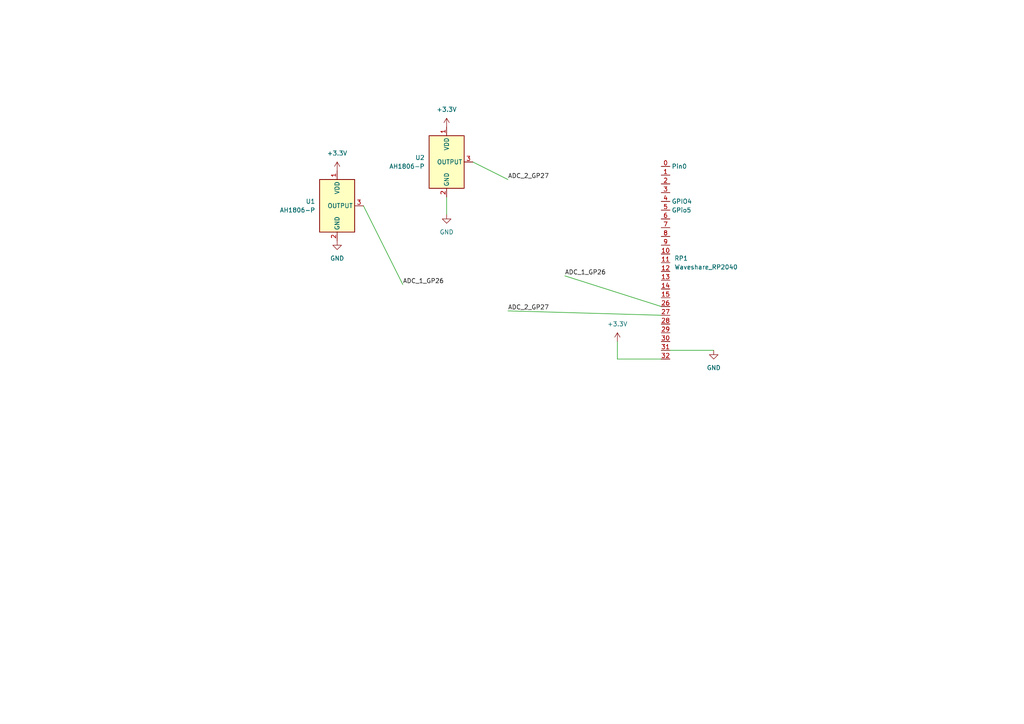
<source format=kicad_sch>
(kicad_sch (version 20211123) (generator eeschema)
  (paper "A4")
  (lib_symbols
    (symbol "Sensor_Magnetic:AH1806-P"
      (property "Reference" "U" (at -5.08 8.89 0))
      (property "Value" "AH1806-P" (at 7.62 8.89 0))
      (symbol "AH1806-P_0_1"
        (rectangle (start 5.08 7.62) (end -5.08 -7.62) (stroke (width 0.254)) (fill (type background)))
      )
      (symbol "AH1806-P_1_1"
        (pin power_in line (at 0 10.16 270) (length 2.54) (name "VDD") (number "1"))
        (pin power_in line (at 0 -10.16 90) (length 2.54) (name "GND") (number "2"))
        (pin open_collector line (at 7.62 0 180) (length 2.54) (name "OUTPUT") (number "3"))
      )
    )
    (symbol "TMOlib:Waveshare_RP2040"
      (property "Reference" "RP" (at 0 3.81 0))
      (property "Value" "Waveshare_RP2040" (at 12.7 5.08 0))
      (symbol "Waveshare_RP2040_0_0"
        (pin passive line (at 0 0 0) (length 2.54) (name "Pin0") (number "0"))
        (pin passive line (at 0 -2.54 0) (length 2.54) (name "") (number "1"))
        (pin passive line (at 0 -25.4 0) (length 2.54) (name "") (number "10"))
        (pin passive line (at 0 -27.94 0) (length 2.54) (name "") (number "11"))
        (pin passive line (at 0 -30.48 0) (length 2.54) (name "") (number "12"))
        (pin passive line (at 0 -33.02 0) (length 2.54) (name "") (number "13"))
        (pin passive line (at 0 -35.56 0) (length 2.54) (name "") (number "14"))
        (pin passive line (at 0 -38.1 0) (length 2.54) (name "") (number "15"))
        (pin passive line (at 0 -5.08 0) (length 2.54) (name "") (number "2"))
        (pin passive line (at 0 -40.64 0) (length 2.54) (name "") (number "26"))
        (pin passive line (at 0 -43.18 0) (length 2.54) (name "") (number "27"))
        (pin passive line (at 0 -45.72 0) (length 2.54) (name "") (number "28"))
        (pin passive line (at 0 -48.26 0) (length 2.54) (name "") (number "29"))
        (pin passive line (at 0 -7.62 0) (length 2.54) (name "") (number "3"))
        (pin passive line (at 0 -50.8 0) (length 2.54) (name "") (number "30"))
        (pin passive line (at 0 -53.34 0) (length 2.54) (name "") (number "31"))
        (pin passive line (at 0 -55.88 0) (length 2.54) (name "") (number "32"))
        (pin passive line (at 0 -10.16 0) (length 2.54) (name "GPIO4") (number "4"))
        (pin passive line (at 0 -12.7 0) (length 2.54) (name "GPio5") (number "5"))
        (pin passive line (at 0 -15.24 0) (length 2.54) (name "") (number "6"))
        (pin passive line (at 0 -17.78 0) (length 2.54) (name "") (number "7"))
        (pin passive line (at 0 -20.32 0) (length 2.54) (name "") (number "8"))
        (pin passive line (at 0 -22.86 0) (length 2.54) (name "") (number "9"))
      )
    )
    (symbol "power:+3.3V" (power) (pin_names (offset 0))
      (property "Value" "+3.3V" (at 0 3.556 0))
      (symbol "+3.3V_0_1"
        (polyline (pts (xy -0.762 1.27) (xy 0 2.54)))
        (polyline (pts (xy 0 0) (xy 0 2.54)))
        (polyline (pts (xy 0 2.54) (xy 0.762 1.27)))
      )
      (symbol "+3.3V_1_1"
        (pin power_in line (at 0 0 90) (length 0) hide (name "+3.3V") (number "1"))
      )
    )
    (symbol "power:GND" (power) (pin_names (offset 0))
      (property "Value" "GND" (at 0 -3.81 0))
      (symbol "GND_0_1"
        (polyline (pts (xy 0 0) (xy 0 -1.27) (xy 1.27 -1.27) (xy 0 -2.54) (xy -1.27 -1.27) (xy 0 -1.27)))
      )
      (symbol "GND_1_1"
        (pin power_in line (at 0 0 270) (length 0) hide (name "GND") (number "1"))
      )
    )
  )
  (wire (pts (xy 163.83 80.01) (xy 191.77 88.9)))
  (wire (pts (xy 191.77 101.6) (xy 207.01 101.6)))
  (wire (pts (xy 179.07 99.06) (xy 179.07 104.14)))
  (wire (pts (xy 105.41 59.69) (xy 116.84 82.55)))
  (wire (pts (xy 137.16 46.99) (xy 147.32 52.07)))
  (wire (pts (xy 191.77 91.44) (xy 147.32 90.17)))
  (wire (pts (xy 179.07 104.14) (xy 191.77 104.14)))
  (wire (pts (xy 129.54 62.23) (xy 129.54 57.15)))
  (label "ADC_1_GP26" (at 116.84 82.55 0))
  (label "ADC_2_GP27" (at 147.32 90.17 0))
  (label "ADC_1_GP26" (at 163.83 80.01 0))
  (label "ADC_2_GP27" (at 147.32 52.07 0))
  (symbol (lib_id "Sensor_Magnetic:AH1806-P") (at 129.54 46.99 0) (unit 1)
    (property "Reference" "U2" (at 123.19 45.7199 0) (effects (justify right)))
    (property "Value" "AH1806-P" (at 123.19 48.2599 0) (effects (justify right)))
    (property "Footprint" "Connector_JST:JST_EH_B3B-EH-A_1x03_P2.50mm_Vertical" (effects hide))
    (property "Datasheet" "https://www.diodes.com/assets/Datasheets/AH1806.pdf" (effects hide))
  )
  (symbol (lib_id "power:+3.3V") (at 97.79 49.53 0) (unit 1)
    (property "Reference" "#PWR0102" (effects hide))
    (property "Value" "+3.3V" (at 97.79 44.45 0))
  )
  (symbol (lib_id "power:+3.3V") (at 179.07 99.06 0) (unit 1)
    (property "Reference" "#PWR0105" (effects hide))
    (property "Value" "+3.3V" (at 179.07 93.98 0))
  )
  (symbol (lib_id "Sensor_Magnetic:AH1806-P") (at 97.79 59.69 0) (unit 1)
    (property "Reference" "U1" (at 91.44 58.4199 0) (effects (justify right)))
    (property "Value" "AH1806-P" (at 91.44 60.9599 0) (effects (justify right)))
    (property "Footprint" "Connector_JST:JST_EH_B3B-EH-A_1x03_P2.50mm_Vertical" (effects hide))
    (property "Datasheet" "https://www.diodes.com/assets/Datasheets/AH1806.pdf" (effects hide))
  )
  (symbol (lib_id "TMOlib:Waveshare_RP2040") (at 191.77 48.26 0) (unit 1)
    (property "Reference" "RP1" (at 195.58 74.9299 0) (effects (justify left)))
    (property "Value" "Waveshare_RP2040" (at 195.58 77.4699 0) (effects (justify left)))
    (property "Footprint" "CustomTMFoot:RP2040-Zero" (effects hide))
  )
  (symbol (lib_id "power:GND") (at 207.01 101.6 0) (unit 1)
    (property "Reference" "#PWR0104" (effects hide))
    (property "Value" "GND" (at 207.01 106.68 0))
  )
  (symbol (lib_id "power:GND") (at 97.79 69.85 0) (unit 1)
    (property "Reference" "#PWR0101" (effects hide))
    (property "Value" "GND" (at 97.79 74.93 0))
  )
  (symbol (lib_id "power:+3.3V") (at 129.54 36.83 0) (unit 1)
    (property "Reference" "#PWR0103" (effects hide))
    (property "Value" "+3.3V" (at 129.54 31.75 0))
  )
  (symbol (lib_id "power:GND") (at 129.54 62.23 0) (unit 1)
    (property "Reference" "#PWR0106" (effects hide))
    (property "Value" "GND" (at 129.54 67.31 0))
  )
)
</source>
